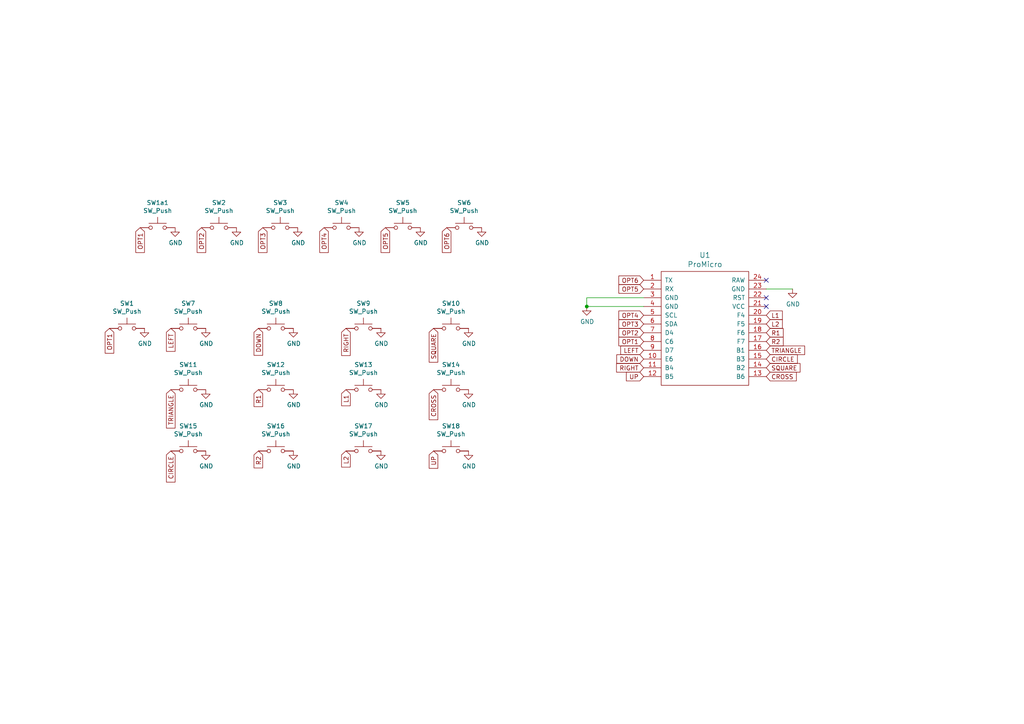
<source format=kicad_sch>
(kicad_sch (version 20211123) (generator eeschema)

  (uuid d11c8c6f-4234-4fd0-ae5c-63b27f7492d2)

  (paper "A4")

  (lib_symbols
    (symbol "ProMicro:ProMicro" (pin_names (offset 1.016)) (in_bom yes) (on_board yes)
      (property "Reference" "U" (id 0) (at 0 24.13 0)
        (effects (font (size 1.524 1.524)))
      )
      (property "Value" "ProMicro" (id 1) (at 0 -13.97 0)
        (effects (font (size 1.524 1.524)))
      )
      (property "Footprint" "" (id 2) (at 2.54 -26.67 0)
        (effects (font (size 1.524 1.524)))
      )
      (property "Datasheet" "" (id 3) (at 2.54 -26.67 0)
        (effects (font (size 1.524 1.524)))
      )
      (symbol "ProMicro_0_1"
        (rectangle (start -12.7 21.59) (end 12.7 -11.43)
          (stroke (width 0) (type default) (color 0 0 0 0))
          (fill (type none))
        )
      )
      (symbol "ProMicro_1_1"
        (pin bidirectional line (at -17.78 19.05 0) (length 5.08)
          (name "TX" (effects (font (size 1.27 1.27))))
          (number "1" (effects (font (size 1.27 1.27))))
        )
        (pin bidirectional line (at -17.78 -3.81 0) (length 5.08)
          (name "E6" (effects (font (size 1.27 1.27))))
          (number "10" (effects (font (size 1.27 1.27))))
        )
        (pin bidirectional line (at -17.78 -6.35 0) (length 5.08)
          (name "B4" (effects (font (size 1.27 1.27))))
          (number "11" (effects (font (size 1.27 1.27))))
        )
        (pin bidirectional line (at -17.78 -8.89 0) (length 5.08)
          (name "B5" (effects (font (size 1.27 1.27))))
          (number "12" (effects (font (size 1.27 1.27))))
        )
        (pin bidirectional line (at 17.78 -8.89 180) (length 5.08)
          (name "B6" (effects (font (size 1.27 1.27))))
          (number "13" (effects (font (size 1.27 1.27))))
        )
        (pin bidirectional line (at 17.78 -6.35 180) (length 5.08)
          (name "B2" (effects (font (size 1.27 1.27))))
          (number "14" (effects (font (size 1.27 1.27))))
        )
        (pin bidirectional line (at 17.78 -3.81 180) (length 5.08)
          (name "B3" (effects (font (size 1.27 1.27))))
          (number "15" (effects (font (size 1.27 1.27))))
        )
        (pin bidirectional line (at 17.78 -1.27 180) (length 5.08)
          (name "B1" (effects (font (size 1.27 1.27))))
          (number "16" (effects (font (size 1.27 1.27))))
        )
        (pin bidirectional line (at 17.78 1.27 180) (length 5.08)
          (name "F7" (effects (font (size 1.27 1.27))))
          (number "17" (effects (font (size 1.27 1.27))))
        )
        (pin bidirectional line (at 17.78 3.81 180) (length 5.08)
          (name "F6" (effects (font (size 1.27 1.27))))
          (number "18" (effects (font (size 1.27 1.27))))
        )
        (pin bidirectional line (at 17.78 6.35 180) (length 5.08)
          (name "F5" (effects (font (size 1.27 1.27))))
          (number "19" (effects (font (size 1.27 1.27))))
        )
        (pin bidirectional line (at -17.78 16.51 0) (length 5.08)
          (name "RX" (effects (font (size 1.27 1.27))))
          (number "2" (effects (font (size 1.27 1.27))))
        )
        (pin bidirectional line (at 17.78 8.89 180) (length 5.08)
          (name "F4" (effects (font (size 1.27 1.27))))
          (number "20" (effects (font (size 1.27 1.27))))
        )
        (pin power_in line (at 17.78 11.43 180) (length 5.08)
          (name "VCC" (effects (font (size 1.27 1.27))))
          (number "21" (effects (font (size 1.27 1.27))))
        )
        (pin input line (at 17.78 13.97 180) (length 5.08)
          (name "RST" (effects (font (size 1.27 1.27))))
          (number "22" (effects (font (size 1.27 1.27))))
        )
        (pin power_in line (at 17.78 16.51 180) (length 5.08)
          (name "GND" (effects (font (size 1.27 1.27))))
          (number "23" (effects (font (size 1.27 1.27))))
        )
        (pin power_out line (at 17.78 19.05 180) (length 5.08)
          (name "RAW" (effects (font (size 1.27 1.27))))
          (number "24" (effects (font (size 1.27 1.27))))
        )
        (pin power_in line (at -17.78 13.97 0) (length 5.08)
          (name "GND" (effects (font (size 1.27 1.27))))
          (number "3" (effects (font (size 1.27 1.27))))
        )
        (pin power_in line (at -17.78 11.43 0) (length 5.08)
          (name "GND" (effects (font (size 1.27 1.27))))
          (number "4" (effects (font (size 1.27 1.27))))
        )
        (pin bidirectional line (at -17.78 8.89 0) (length 5.08)
          (name "SCL" (effects (font (size 1.27 1.27))))
          (number "5" (effects (font (size 1.27 1.27))))
        )
        (pin bidirectional line (at -17.78 6.35 0) (length 5.08)
          (name "SDA" (effects (font (size 1.27 1.27))))
          (number "6" (effects (font (size 1.27 1.27))))
        )
        (pin bidirectional line (at -17.78 3.81 0) (length 5.08)
          (name "D4" (effects (font (size 1.27 1.27))))
          (number "7" (effects (font (size 1.27 1.27))))
        )
        (pin bidirectional line (at -17.78 1.27 0) (length 5.08)
          (name "C6" (effects (font (size 1.27 1.27))))
          (number "8" (effects (font (size 1.27 1.27))))
        )
        (pin bidirectional line (at -17.78 -1.27 0) (length 5.08)
          (name "D7" (effects (font (size 1.27 1.27))))
          (number "9" (effects (font (size 1.27 1.27))))
        )
      )
    )
    (symbol "Switch:SW_Push" (pin_numbers hide) (pin_names (offset 1.016) hide) (in_bom yes) (on_board yes)
      (property "Reference" "SW" (id 0) (at 1.27 2.54 0)
        (effects (font (size 1.27 1.27)) (justify left))
      )
      (property "Value" "SW_Push" (id 1) (at 0 -1.524 0)
        (effects (font (size 1.27 1.27)))
      )
      (property "Footprint" "" (id 2) (at 0 5.08 0)
        (effects (font (size 1.27 1.27)) hide)
      )
      (property "Datasheet" "~" (id 3) (at 0 5.08 0)
        (effects (font (size 1.27 1.27)) hide)
      )
      (property "ki_keywords" "switch normally-open pushbutton push-button" (id 4) (at 0 0 0)
        (effects (font (size 1.27 1.27)) hide)
      )
      (property "ki_description" "Push button switch, generic, two pins" (id 5) (at 0 0 0)
        (effects (font (size 1.27 1.27)) hide)
      )
      (symbol "SW_Push_0_1"
        (circle (center -2.032 0) (radius 0.508)
          (stroke (width 0) (type default) (color 0 0 0 0))
          (fill (type none))
        )
        (polyline
          (pts
            (xy 0 1.27)
            (xy 0 3.048)
          )
          (stroke (width 0) (type default) (color 0 0 0 0))
          (fill (type none))
        )
        (polyline
          (pts
            (xy 2.54 1.27)
            (xy -2.54 1.27)
          )
          (stroke (width 0) (type default) (color 0 0 0 0))
          (fill (type none))
        )
        (circle (center 2.032 0) (radius 0.508)
          (stroke (width 0) (type default) (color 0 0 0 0))
          (fill (type none))
        )
        (pin passive line (at -5.08 0 0) (length 2.54)
          (name "1" (effects (font (size 1.27 1.27))))
          (number "1" (effects (font (size 1.27 1.27))))
        )
        (pin passive line (at 5.08 0 180) (length 2.54)
          (name "2" (effects (font (size 1.27 1.27))))
          (number "2" (effects (font (size 1.27 1.27))))
        )
      )
    )
    (symbol "power:GND" (power) (pin_names (offset 0)) (in_bom yes) (on_board yes)
      (property "Reference" "#PWR" (id 0) (at 0 -6.35 0)
        (effects (font (size 1.27 1.27)) hide)
      )
      (property "Value" "GND" (id 1) (at 0 -3.81 0)
        (effects (font (size 1.27 1.27)))
      )
      (property "Footprint" "" (id 2) (at 0 0 0)
        (effects (font (size 1.27 1.27)) hide)
      )
      (property "Datasheet" "" (id 3) (at 0 0 0)
        (effects (font (size 1.27 1.27)) hide)
      )
      (property "ki_keywords" "power-flag" (id 4) (at 0 0 0)
        (effects (font (size 1.27 1.27)) hide)
      )
      (property "ki_description" "Power symbol creates a global label with name \"GND\" , ground" (id 5) (at 0 0 0)
        (effects (font (size 1.27 1.27)) hide)
      )
      (symbol "GND_0_1"
        (polyline
          (pts
            (xy 0 0)
            (xy 0 -1.27)
            (xy 1.27 -1.27)
            (xy 0 -2.54)
            (xy -1.27 -1.27)
            (xy 0 -1.27)
          )
          (stroke (width 0) (type default) (color 0 0 0 0))
          (fill (type none))
        )
      )
      (symbol "GND_1_1"
        (pin power_in line (at 0 0 270) (length 0) hide
          (name "GND" (effects (font (size 1.27 1.27))))
          (number "1" (effects (font (size 1.27 1.27))))
        )
      )
    )
  )

  (junction (at 170.18 88.9) (diameter 0) (color 0 0 0 0)
    (uuid e2fe8c02-4d85-4d6c-8dd5-a59b7b92f55f)
  )

  (no_connect (at 222.25 88.9) (uuid 27a5f07d-52f5-43cb-a47e-b033354145f3))
  (no_connect (at 222.25 86.36) (uuid 62a27186-0327-4116-b649-caf8df551071))
  (no_connect (at 222.25 81.28) (uuid 9f725bf2-14e1-4999-b29e-d50ed6077e94))

  (wire (pts (xy 170.18 88.9) (xy 186.69 88.9))
    (stroke (width 0) (type default) (color 0 0 0 0))
    (uuid 4f774ef8-ab4b-4786-b543-7a1ad445cba1)
  )
  (wire (pts (xy 170.18 86.36) (xy 170.18 88.9))
    (stroke (width 0) (type default) (color 0 0 0 0))
    (uuid 9863d592-d792-4560-996b-c15e3df8d512)
  )
  (wire (pts (xy 170.18 86.36) (xy 186.69 86.36))
    (stroke (width 0) (type default) (color 0 0 0 0))
    (uuid bed49aba-94ec-490e-a773-95b6e677ed7b)
  )
  (wire (pts (xy 222.25 83.82) (xy 229.87 83.82))
    (stroke (width 0) (type default) (color 0 0 0 0))
    (uuid cf8a90fb-fcf7-4ebd-9996-84fe8bc416da)
  )

  (global_label "OPT2" (shape input) (at 186.69 96.52 180) (fields_autoplaced)
    (effects (font (size 1.27 1.27)) (justify right))
    (uuid 05d5bb19-e234-4f0d-b9c5-09edae256887)
    (property "Intersheet References" "${INTERSHEET_REFS}" (id 0) (at 0 0 0)
      (effects (font (size 1.27 1.27)) hide)
    )
  )
  (global_label "OPT1" (shape input) (at 186.69 99.06 180) (fields_autoplaced)
    (effects (font (size 1.27 1.27)) (justify right))
    (uuid 16674bd4-42a1-44a0-81dc-3582702a3c00)
    (property "Intersheet References" "${INTERSHEET_REFS}" (id 0) (at 0 0 0)
      (effects (font (size 1.27 1.27)) hide)
    )
  )
  (global_label "DOWN" (shape input) (at 186.69 104.14 180) (fields_autoplaced)
    (effects (font (size 1.27 1.27)) (justify right))
    (uuid 19840364-2c94-4432-a75c-3a517a7693af)
    (property "Intersheet References" "${INTERSHEET_REFS}" (id 0) (at 0 0 0)
      (effects (font (size 1.27 1.27)) hide)
    )
  )
  (global_label "SQUARE" (shape input) (at 125.73 95.25 270) (fields_autoplaced)
    (effects (font (size 1.27 1.27)) (justify right))
    (uuid 1c625676-4ce0-4219-ac12-1a1bf755abe5)
    (property "Intersheet References" "${INTERSHEET_REFS}" (id 0) (at 0 0 0)
      (effects (font (size 1.27 1.27)) hide)
    )
  )
  (global_label "SQUARE" (shape input) (at 222.25 106.68 0) (fields_autoplaced)
    (effects (font (size 1.27 1.27)) (justify left))
    (uuid 1cd7bd1c-f1ea-4f64-84e4-090376b500e8)
    (property "Intersheet References" "${INTERSHEET_REFS}" (id 0) (at 0 0 0)
      (effects (font (size 1.27 1.27)) hide)
    )
  )
  (global_label "CROSS" (shape input) (at 222.25 109.22 0) (fields_autoplaced)
    (effects (font (size 1.27 1.27)) (justify left))
    (uuid 269a6272-d3aa-4a06-85da-91403d440375)
    (property "Intersheet References" "${INTERSHEET_REFS}" (id 0) (at 0 0 0)
      (effects (font (size 1.27 1.27)) hide)
    )
  )
  (global_label "OPT4" (shape input) (at 186.69 91.44 180) (fields_autoplaced)
    (effects (font (size 1.27 1.27)) (justify right))
    (uuid 2d4e6884-3160-450f-b1d7-74d245e3eb9f)
    (property "Intersheet References" "${INTERSHEET_REFS}" (id 0) (at 0 0 0)
      (effects (font (size 1.27 1.27)) hide)
    )
  )
  (global_label "RIGHT" (shape input) (at 100.33 95.25 270) (fields_autoplaced)
    (effects (font (size 1.27 1.27)) (justify right))
    (uuid 392067c9-0eb5-4da2-99fc-19c894f2e0b5)
    (property "Intersheet References" "${INTERSHEET_REFS}" (id 0) (at 0 0 0)
      (effects (font (size 1.27 1.27)) hide)
    )
  )
  (global_label "R2" (shape input) (at 222.25 99.06 0) (fields_autoplaced)
    (effects (font (size 1.27 1.27)) (justify left))
    (uuid 3e28ac60-ec32-4313-9424-522e309276e1)
    (property "Intersheet References" "${INTERSHEET_REFS}" (id 0) (at 0 0 0)
      (effects (font (size 1.27 1.27)) hide)
    )
  )
  (global_label "OPT1" (shape input) (at 31.75 95.25 270) (fields_autoplaced)
    (effects (font (size 1.27 1.27)) (justify right))
    (uuid 49a8ef5a-94e2-405e-9771-dd86ec50610d)
    (property "Intersheet References" "${INTERSHEET_REFS}" (id 0) (at -8.89 29.21 0)
      (effects (font (size 1.27 1.27)) hide)
    )
  )
  (global_label "R1" (shape input) (at 74.93 113.03 270) (fields_autoplaced)
    (effects (font (size 1.27 1.27)) (justify right))
    (uuid 4a661d67-7805-42b8-b56c-6f4f97c05335)
    (property "Intersheet References" "${INTERSHEET_REFS}" (id 0) (at 0 0 0)
      (effects (font (size 1.27 1.27)) hide)
    )
  )
  (global_label "UP" (shape input) (at 186.69 109.22 180) (fields_autoplaced)
    (effects (font (size 1.27 1.27)) (justify right))
    (uuid 51b8ce9a-6339-42c0-b910-902c62fa3751)
    (property "Intersheet References" "${INTERSHEET_REFS}" (id 0) (at 0 0 0)
      (effects (font (size 1.27 1.27)) hide)
    )
  )
  (global_label "R2" (shape input) (at 74.93 130.81 270) (fields_autoplaced)
    (effects (font (size 1.27 1.27)) (justify right))
    (uuid 5e40886c-ddaf-4026-9319-04098935b293)
    (property "Intersheet References" "${INTERSHEET_REFS}" (id 0) (at 0 0 0)
      (effects (font (size 1.27 1.27)) hide)
    )
  )
  (global_label "CIRCLE" (shape input) (at 222.25 104.14 0) (fields_autoplaced)
    (effects (font (size 1.27 1.27)) (justify left))
    (uuid 616fa1d5-3420-4c65-852a-8be4c72a3e4b)
    (property "Intersheet References" "${INTERSHEET_REFS}" (id 0) (at 0 0 0)
      (effects (font (size 1.27 1.27)) hide)
    )
  )
  (global_label "L1" (shape input) (at 100.33 113.03 270) (fields_autoplaced)
    (effects (font (size 1.27 1.27)) (justify right))
    (uuid 62405649-bf27-4d7a-8adc-08920f8a4e0b)
    (property "Intersheet References" "${INTERSHEET_REFS}" (id 0) (at 0 0 0)
      (effects (font (size 1.27 1.27)) hide)
    )
  )
  (global_label "OPT6" (shape input) (at 129.54 66.04 270) (fields_autoplaced)
    (effects (font (size 1.27 1.27)) (justify right))
    (uuid 636a1b45-5b03-4534-bf1d-cd386180e06c)
    (property "Intersheet References" "${INTERSHEET_REFS}" (id 0) (at 0 0 0)
      (effects (font (size 1.27 1.27)) hide)
    )
  )
  (global_label "LEFT" (shape input) (at 49.53 95.25 270) (fields_autoplaced)
    (effects (font (size 1.27 1.27)) (justify right))
    (uuid 71f03a0c-7cb5-4b54-8f96-1a7f69222f12)
    (property "Intersheet References" "${INTERSHEET_REFS}" (id 0) (at 0 0 0)
      (effects (font (size 1.27 1.27)) hide)
    )
  )
  (global_label "UP" (shape input) (at 125.73 130.81 270) (fields_autoplaced)
    (effects (font (size 1.27 1.27)) (justify right))
    (uuid 7299353b-ba43-4489-8e10-8cf8044e8d3b)
    (property "Intersheet References" "${INTERSHEET_REFS}" (id 0) (at 0 0 0)
      (effects (font (size 1.27 1.27)) hide)
    )
  )
  (global_label "CIRCLE" (shape input) (at 49.53 130.81 270) (fields_autoplaced)
    (effects (font (size 1.27 1.27)) (justify right))
    (uuid 736ba6de-d40c-40d9-b829-31e4f35dd1e0)
    (property "Intersheet References" "${INTERSHEET_REFS}" (id 0) (at 0 0 0)
      (effects (font (size 1.27 1.27)) hide)
    )
  )
  (global_label "TRIANGLE" (shape input) (at 49.53 113.03 270) (fields_autoplaced)
    (effects (font (size 1.27 1.27)) (justify right))
    (uuid 7a533bd3-6753-4618-907d-c7c3cbbaad18)
    (property "Intersheet References" "${INTERSHEET_REFS}" (id 0) (at 0 0 0)
      (effects (font (size 1.27 1.27)) hide)
    )
  )
  (global_label "CROSS" (shape input) (at 125.73 113.03 270) (fields_autoplaced)
    (effects (font (size 1.27 1.27)) (justify right))
    (uuid 7a9247af-e8ce-4c0b-98c3-cce4d6c8e7e5)
    (property "Intersheet References" "${INTERSHEET_REFS}" (id 0) (at 0 0 0)
      (effects (font (size 1.27 1.27)) hide)
    )
  )
  (global_label "OPT3" (shape input) (at 186.69 93.98 180) (fields_autoplaced)
    (effects (font (size 1.27 1.27)) (justify right))
    (uuid 80d5a5df-47fe-4b18-ad40-6db27a3ce8c3)
    (property "Intersheet References" "${INTERSHEET_REFS}" (id 0) (at 0 0 0)
      (effects (font (size 1.27 1.27)) hide)
    )
  )
  (global_label "TRIANGLE" (shape input) (at 222.25 101.6 0) (fields_autoplaced)
    (effects (font (size 1.27 1.27)) (justify left))
    (uuid 90f6b5a8-350a-455b-bbe0-f0036860e07a)
    (property "Intersheet References" "${INTERSHEET_REFS}" (id 0) (at 0 0 0)
      (effects (font (size 1.27 1.27)) hide)
    )
  )
  (global_label "OPT2" (shape input) (at 58.42 66.04 270) (fields_autoplaced)
    (effects (font (size 1.27 1.27)) (justify right))
    (uuid 9f24a8bd-e03f-49b7-bcea-4adf10a8ce5c)
    (property "Intersheet References" "${INTERSHEET_REFS}" (id 0) (at 0 0 0)
      (effects (font (size 1.27 1.27)) hide)
    )
  )
  (global_label "R1" (shape input) (at 222.25 96.52 0) (fields_autoplaced)
    (effects (font (size 1.27 1.27)) (justify left))
    (uuid a43d2f4b-48fc-4fd2-ac43-7305d03a1fff)
    (property "Intersheet References" "${INTERSHEET_REFS}" (id 0) (at 0 0 0)
      (effects (font (size 1.27 1.27)) hide)
    )
  )
  (global_label "L1" (shape input) (at 222.25 91.44 0) (fields_autoplaced)
    (effects (font (size 1.27 1.27)) (justify left))
    (uuid b2f5de93-d551-451a-b17d-416f8f00ad3c)
    (property "Intersheet References" "${INTERSHEET_REFS}" (id 0) (at 0 0 0)
      (effects (font (size 1.27 1.27)) hide)
    )
  )
  (global_label "LEFT" (shape input) (at 186.69 101.6 180) (fields_autoplaced)
    (effects (font (size 1.27 1.27)) (justify right))
    (uuid b5e187e5-a654-4419-8b28-73d7e84f010a)
    (property "Intersheet References" "${INTERSHEET_REFS}" (id 0) (at 0 0 0)
      (effects (font (size 1.27 1.27)) hide)
    )
  )
  (global_label "OPT6" (shape input) (at 186.69 81.28 180) (fields_autoplaced)
    (effects (font (size 1.27 1.27)) (justify right))
    (uuid b98d12a5-9f35-482c-ade4-c35979cfc5ad)
    (property "Intersheet References" "${INTERSHEET_REFS}" (id 0) (at 0 0 0)
      (effects (font (size 1.27 1.27)) hide)
    )
  )
  (global_label "OPT4" (shape input) (at 93.98 66.04 270) (fields_autoplaced)
    (effects (font (size 1.27 1.27)) (justify right))
    (uuid bf92b3e1-4372-475e-9b9d-874c23fc25c2)
    (property "Intersheet References" "${INTERSHEET_REFS}" (id 0) (at 0 0 0)
      (effects (font (size 1.27 1.27)) hide)
    )
  )
  (global_label "OPT5" (shape input) (at 111.76 66.04 270) (fields_autoplaced)
    (effects (font (size 1.27 1.27)) (justify right))
    (uuid c21bb288-0b63-4083-9791-4becd092e140)
    (property "Intersheet References" "${INTERSHEET_REFS}" (id 0) (at 0 0 0)
      (effects (font (size 1.27 1.27)) hide)
    )
  )
  (global_label "OPT1" (shape input) (at 40.64 66.04 270) (fields_autoplaced)
    (effects (font (size 1.27 1.27)) (justify right))
    (uuid cca9067a-4cbe-462b-87a8-19ce62ae0b29)
    (property "Intersheet References" "${INTERSHEET_REFS}" (id 0) (at 0 0 0)
      (effects (font (size 1.27 1.27)) hide)
    )
  )
  (global_label "OPT3" (shape input) (at 76.2 66.04 270) (fields_autoplaced)
    (effects (font (size 1.27 1.27)) (justify right))
    (uuid cf2057a2-756d-4eea-931a-246a599329c8)
    (property "Intersheet References" "${INTERSHEET_REFS}" (id 0) (at 0 0 0)
      (effects (font (size 1.27 1.27)) hide)
    )
  )
  (global_label "RIGHT" (shape input) (at 186.69 106.68 180) (fields_autoplaced)
    (effects (font (size 1.27 1.27)) (justify right))
    (uuid e37f3eb9-2dec-4313-b4e5-34c05c956f8f)
    (property "Intersheet References" "${INTERSHEET_REFS}" (id 0) (at 0 0 0)
      (effects (font (size 1.27 1.27)) hide)
    )
  )
  (global_label "OPT5" (shape input) (at 186.69 83.82 180) (fields_autoplaced)
    (effects (font (size 1.27 1.27)) (justify right))
    (uuid ef2d1f54-503c-42c9-997c-1a5a58a74c04)
    (property "Intersheet References" "${INTERSHEET_REFS}" (id 0) (at 0 0 0)
      (effects (font (size 1.27 1.27)) hide)
    )
  )
  (global_label "L2" (shape input) (at 222.25 93.98 0) (fields_autoplaced)
    (effects (font (size 1.27 1.27)) (justify left))
    (uuid f914409b-31bc-4644-82e2-90138cc10128)
    (property "Intersheet References" "${INTERSHEET_REFS}" (id 0) (at 0 0 0)
      (effects (font (size 1.27 1.27)) hide)
    )
  )
  (global_label "L2" (shape input) (at 100.33 130.81 270) (fields_autoplaced)
    (effects (font (size 1.27 1.27)) (justify right))
    (uuid fcdc9bbe-22de-4342-be2c-708e41b5c771)
    (property "Intersheet References" "${INTERSHEET_REFS}" (id 0) (at 0 0 0)
      (effects (font (size 1.27 1.27)) hide)
    )
  )
  (global_label "DOWN" (shape input) (at 74.93 95.25 270) (fields_autoplaced)
    (effects (font (size 1.27 1.27)) (justify right))
    (uuid fd333c8f-95ef-4e93-b7fd-c567833cc45b)
    (property "Intersheet References" "${INTERSHEET_REFS}" (id 0) (at 0 0 0)
      (effects (font (size 1.27 1.27)) hide)
    )
  )

  (symbol (lib_id "Switch:SW_Push") (at 36.83 95.25 0) (unit 1)
    (in_bom yes) (on_board yes)
    (uuid 00000000-0000-0000-0000-000060e24ed8)
    (property "Reference" "SW1" (id 0) (at 36.83 88.011 0))
    (property "Value" "SW_Push" (id 1) (at 36.83 90.3224 0))
    (property "Footprint" "Kailh:Kailh_socket_PG1350_optional" (id 2) (at 36.83 90.17 0)
      (effects (font (size 1.27 1.27)) hide)
    )
    (property "Datasheet" "~" (id 3) (at 36.83 90.17 0)
      (effects (font (size 1.27 1.27)) hide)
    )
    (pin "1" (uuid 46b74a8f-ba9c-4f4e-9d9e-18ea9e18fa31))
    (pin "2" (uuid 775349b7-a231-47f9-94e2-1ba1120f2411))
  )

  (symbol (lib_id "Switch:SW_Push") (at 63.5 66.04 0) (unit 1)
    (in_bom yes) (on_board yes)
    (uuid 00000000-0000-0000-0000-000060e26611)
    (property "Reference" "SW2" (id 0) (at 63.5 58.801 0))
    (property "Value" "SW_Push" (id 1) (at 63.5 61.1124 0))
    (property "Footprint" "SW_PUSH_6mm_H5mm" (id 2) (at 63.5 60.96 0)
      (effects (font (size 1.27 1.27)) hide)
    )
    (property "Datasheet" "~" (id 3) (at 63.5 60.96 0)
      (effects (font (size 1.27 1.27)) hide)
    )
    (pin "1" (uuid 209709c4-545d-4e05-adf6-d82f94687900))
    (pin "2" (uuid 2de42850-bed1-424f-80c4-787ed4d79ee6))
  )

  (symbol (lib_id "Switch:SW_Push") (at 81.28 66.04 0) (unit 1)
    (in_bom yes) (on_board yes)
    (uuid 00000000-0000-0000-0000-000060e26c90)
    (property "Reference" "SW3" (id 0) (at 81.28 58.801 0))
    (property "Value" "SW_Push" (id 1) (at 81.28 61.1124 0))
    (property "Footprint" "SW_PUSH_6mm_H5mm" (id 2) (at 81.28 60.96 0)
      (effects (font (size 1.27 1.27)) hide)
    )
    (property "Datasheet" "~" (id 3) (at 81.28 60.96 0)
      (effects (font (size 1.27 1.27)) hide)
    )
    (pin "1" (uuid 42cd71b9-a820-487a-b536-a102e1ad17a2))
    (pin "2" (uuid 1635f958-b7d3-45cf-a97d-745e12d1527c))
  )

  (symbol (lib_id "Switch:SW_Push") (at 99.06 66.04 0) (unit 1)
    (in_bom yes) (on_board yes)
    (uuid 00000000-0000-0000-0000-000060e272b9)
    (property "Reference" "SW4" (id 0) (at 99.06 58.801 0))
    (property "Value" "SW_Push" (id 1) (at 99.06 61.1124 0))
    (property "Footprint" "SW_PUSH_6mm_H5mm" (id 2) (at 99.06 60.96 0)
      (effects (font (size 1.27 1.27)) hide)
    )
    (property "Datasheet" "~" (id 3) (at 99.06 60.96 0)
      (effects (font (size 1.27 1.27)) hide)
    )
    (pin "1" (uuid 3863e393-f258-4740-bea5-e6724e5b4193))
    (pin "2" (uuid 0f0d5ae6-12ba-4c11-91c9-06c448855245))
  )

  (symbol (lib_id "Switch:SW_Push") (at 116.84 66.04 0) (unit 1)
    (in_bom yes) (on_board yes)
    (uuid 00000000-0000-0000-0000-000060e27d9a)
    (property "Reference" "SW5" (id 0) (at 116.84 58.801 0))
    (property "Value" "SW_Push" (id 1) (at 116.84 61.1124 0))
    (property "Footprint" "SW_PUSH_6mm_H5mm" (id 2) (at 116.84 60.96 0)
      (effects (font (size 1.27 1.27)) hide)
    )
    (property "Datasheet" "~" (id 3) (at 116.84 60.96 0)
      (effects (font (size 1.27 1.27)) hide)
    )
    (pin "1" (uuid 127a6e11-ab39-4d3f-bda0-0f345451c26f))
    (pin "2" (uuid ede480bf-b8fa-4bf0-bed5-8785d65af0dc))
  )

  (symbol (lib_id "Switch:SW_Push") (at 134.62 66.04 0) (unit 1)
    (in_bom yes) (on_board yes)
    (uuid 00000000-0000-0000-0000-000060e28459)
    (property "Reference" "SW6" (id 0) (at 134.62 58.801 0))
    (property "Value" "SW_Push" (id 1) (at 134.62 61.1124 0))
    (property "Footprint" "SW_PUSH_6mm_H5mm" (id 2) (at 134.62 60.96 0)
      (effects (font (size 1.27 1.27)) hide)
    )
    (property "Datasheet" "~" (id 3) (at 134.62 60.96 0)
      (effects (font (size 1.27 1.27)) hide)
    )
    (pin "1" (uuid a79beb30-edb7-48cb-9e70-2d469f4ca998))
    (pin "2" (uuid 4d5f5ad1-655f-415b-8934-f7ffc3d5b8a3))
  )

  (symbol (lib_id "power:GND") (at 41.91 95.25 0) (unit 1)
    (in_bom yes) (on_board yes)
    (uuid 00000000-0000-0000-0000-000060e28d2f)
    (property "Reference" "#PWR01" (id 0) (at 41.91 101.6 0)
      (effects (font (size 1.27 1.27)) hide)
    )
    (property "Value" "GND" (id 1) (at 42.037 99.6442 0))
    (property "Footprint" "" (id 2) (at 41.91 95.25 0)
      (effects (font (size 1.27 1.27)) hide)
    )
    (property "Datasheet" "" (id 3) (at 41.91 95.25 0)
      (effects (font (size 1.27 1.27)) hide)
    )
    (pin "1" (uuid 991c7b9a-af85-4f77-903f-bf4d37851510))
  )

  (symbol (lib_id "power:GND") (at 68.58 66.04 0) (unit 1)
    (in_bom yes) (on_board yes)
    (uuid 00000000-0000-0000-0000-000060e29d12)
    (property "Reference" "#PWR02" (id 0) (at 68.58 72.39 0)
      (effects (font (size 1.27 1.27)) hide)
    )
    (property "Value" "GND" (id 1) (at 68.707 70.4342 0))
    (property "Footprint" "" (id 2) (at 68.58 66.04 0)
      (effects (font (size 1.27 1.27)) hide)
    )
    (property "Datasheet" "" (id 3) (at 68.58 66.04 0)
      (effects (font (size 1.27 1.27)) hide)
    )
    (pin "1" (uuid 62865089-6c37-4106-a563-3e43e9c5e8db))
  )

  (symbol (lib_id "power:GND") (at 86.36 66.04 0) (unit 1)
    (in_bom yes) (on_board yes)
    (uuid 00000000-0000-0000-0000-000060e29ffb)
    (property "Reference" "#PWR03" (id 0) (at 86.36 72.39 0)
      (effects (font (size 1.27 1.27)) hide)
    )
    (property "Value" "GND" (id 1) (at 86.487 70.4342 0))
    (property "Footprint" "" (id 2) (at 86.36 66.04 0)
      (effects (font (size 1.27 1.27)) hide)
    )
    (property "Datasheet" "" (id 3) (at 86.36 66.04 0)
      (effects (font (size 1.27 1.27)) hide)
    )
    (pin "1" (uuid 89d0cf34-09e6-46ce-85f7-f38d904fe424))
  )

  (symbol (lib_id "power:GND") (at 104.14 66.04 0) (unit 1)
    (in_bom yes) (on_board yes)
    (uuid 00000000-0000-0000-0000-000060e2a2ed)
    (property "Reference" "#PWR04" (id 0) (at 104.14 72.39 0)
      (effects (font (size 1.27 1.27)) hide)
    )
    (property "Value" "GND" (id 1) (at 104.267 70.4342 0))
    (property "Footprint" "" (id 2) (at 104.14 66.04 0)
      (effects (font (size 1.27 1.27)) hide)
    )
    (property "Datasheet" "" (id 3) (at 104.14 66.04 0)
      (effects (font (size 1.27 1.27)) hide)
    )
    (pin "1" (uuid 2c7b31f0-e1f2-487f-beee-225808eef802))
  )

  (symbol (lib_id "power:GND") (at 121.92 66.04 0) (unit 1)
    (in_bom yes) (on_board yes)
    (uuid 00000000-0000-0000-0000-000060e2a66e)
    (property "Reference" "#PWR05" (id 0) (at 121.92 72.39 0)
      (effects (font (size 1.27 1.27)) hide)
    )
    (property "Value" "GND" (id 1) (at 122.047 70.4342 0))
    (property "Footprint" "" (id 2) (at 121.92 66.04 0)
      (effects (font (size 1.27 1.27)) hide)
    )
    (property "Datasheet" "" (id 3) (at 121.92 66.04 0)
      (effects (font (size 1.27 1.27)) hide)
    )
    (pin "1" (uuid 80e3f2ac-538c-4cf1-a963-ec3cd9562f1c))
  )

  (symbol (lib_id "power:GND") (at 139.7 66.04 0) (unit 1)
    (in_bom yes) (on_board yes)
    (uuid 00000000-0000-0000-0000-000060e2a9fe)
    (property "Reference" "#PWR06" (id 0) (at 139.7 72.39 0)
      (effects (font (size 1.27 1.27)) hide)
    )
    (property "Value" "GND" (id 1) (at 139.827 70.4342 0))
    (property "Footprint" "" (id 2) (at 139.7 66.04 0)
      (effects (font (size 1.27 1.27)) hide)
    )
    (property "Datasheet" "" (id 3) (at 139.7 66.04 0)
      (effects (font (size 1.27 1.27)) hide)
    )
    (pin "1" (uuid 49305b22-b808-4b76-8501-8fb01190431b))
  )

  (symbol (lib_id "Switch:SW_Push") (at 54.61 95.25 0) (unit 1)
    (in_bom yes) (on_board yes)
    (uuid 00000000-0000-0000-0000-000060ebc7d7)
    (property "Reference" "SW7" (id 0) (at 54.61 88.011 0))
    (property "Value" "SW_Push" (id 1) (at 54.61 90.3224 0))
    (property "Footprint" "Kailh:Kailh_socket_PG1350_optional" (id 2) (at 54.61 90.17 0)
      (effects (font (size 1.27 1.27)) hide)
    )
    (property "Datasheet" "~" (id 3) (at 54.61 90.17 0)
      (effects (font (size 1.27 1.27)) hide)
    )
    (pin "1" (uuid 955314ec-d6fa-4881-b3e5-fe51171ba8ad))
    (pin "2" (uuid e9f98de1-352a-4ad6-b2f4-80a84bdf2ba5))
  )

  (symbol (lib_id "Switch:SW_Push") (at 130.81 130.81 0) (unit 1)
    (in_bom yes) (on_board yes)
    (uuid 00000000-0000-0000-0000-000060ec0151)
    (property "Reference" "SW18" (id 0) (at 130.81 123.571 0))
    (property "Value" "SW_Push" (id 1) (at 130.81 125.8824 0))
    (property "Footprint" "Kailh:Kailh_socket_PG1350_optional" (id 2) (at 130.81 125.73 0)
      (effects (font (size 1.27 1.27)) hide)
    )
    (property "Datasheet" "~" (id 3) (at 130.81 125.73 0)
      (effects (font (size 1.27 1.27)) hide)
    )
    (pin "1" (uuid c2990cc3-277e-49d9-837b-0ba37fb8ed31))
    (pin "2" (uuid b31f2965-bda8-4ee2-8ba0-b963a684f7b4))
  )

  (symbol (lib_id "Switch:SW_Push") (at 80.01 113.03 0) (unit 1)
    (in_bom yes) (on_board yes)
    (uuid 00000000-0000-0000-0000-000060ec0bb3)
    (property "Reference" "SW12" (id 0) (at 80.01 105.791 0))
    (property "Value" "SW_Push" (id 1) (at 80.01 108.1024 0))
    (property "Footprint" "Kailh:Kailh_socket_PG1350_optional" (id 2) (at 80.01 107.95 0)
      (effects (font (size 1.27 1.27)) hide)
    )
    (property "Datasheet" "~" (id 3) (at 80.01 107.95 0)
      (effects (font (size 1.27 1.27)) hide)
    )
    (pin "1" (uuid 74c3e948-c3e2-4ffe-a70e-2f03220a5308))
    (pin "2" (uuid cfd874b7-c7b5-4895-ab53-dc82c7940cc3))
  )

  (symbol (lib_id "Switch:SW_Push") (at 54.61 130.81 0) (unit 1)
    (in_bom yes) (on_board yes)
    (uuid 00000000-0000-0000-0000-000060ec0fb1)
    (property "Reference" "SW15" (id 0) (at 54.61 123.571 0))
    (property "Value" "SW_Push" (id 1) (at 54.61 125.8824 0))
    (property "Footprint" "Kailh:Kailh_socket_PG1350_optional" (id 2) (at 54.61 125.73 0)
      (effects (font (size 1.27 1.27)) hide)
    )
    (property "Datasheet" "~" (id 3) (at 54.61 125.73 0)
      (effects (font (size 1.27 1.27)) hide)
    )
    (pin "1" (uuid ec393645-e0c6-41f9-978c-760974a5b867))
    (pin "2" (uuid 550ef66d-b2e9-4929-8819-335019d1ae2d))
  )

  (symbol (lib_id "Switch:SW_Push") (at 80.01 95.25 0) (unit 1)
    (in_bom yes) (on_board yes)
    (uuid 00000000-0000-0000-0000-000060ec2d3f)
    (property "Reference" "SW8" (id 0) (at 80.01 88.011 0))
    (property "Value" "SW_Push" (id 1) (at 80.01 90.3224 0))
    (property "Footprint" "Kailh:Kailh_socket_PG1350_optional" (id 2) (at 80.01 90.17 0)
      (effects (font (size 1.27 1.27)) hide)
    )
    (property "Datasheet" "~" (id 3) (at 80.01 90.17 0)
      (effects (font (size 1.27 1.27)) hide)
    )
    (pin "1" (uuid 41d41a90-dc5d-44f8-9046-6a47e1681bc5))
    (pin "2" (uuid 6127068a-23da-4f4c-8c36-98e7c5a4cbde))
  )

  (symbol (lib_id "Switch:SW_Push") (at 130.81 95.25 0) (unit 1)
    (in_bom yes) (on_board yes)
    (uuid 00000000-0000-0000-0000-000060ec33be)
    (property "Reference" "SW10" (id 0) (at 130.81 88.011 0))
    (property "Value" "SW_Push" (id 1) (at 130.81 90.3224 0))
    (property "Footprint" "Kailh:Kailh_socket_PG1350_optional" (id 2) (at 130.81 90.17 0)
      (effects (font (size 1.27 1.27)) hide)
    )
    (property "Datasheet" "~" (id 3) (at 130.81 90.17 0)
      (effects (font (size 1.27 1.27)) hide)
    )
    (pin "1" (uuid af929e60-7564-4498-b5d1-ac798c6daa68))
    (pin "2" (uuid b6dd3b9e-3fb8-49f1-90d1-25ffec027724))
  )

  (symbol (lib_id "Switch:SW_Push") (at 105.41 113.03 0) (unit 1)
    (in_bom yes) (on_board yes)
    (uuid 00000000-0000-0000-0000-000060ec37aa)
    (property "Reference" "SW13" (id 0) (at 105.41 105.791 0))
    (property "Value" "SW_Push" (id 1) (at 105.41 108.1024 0))
    (property "Footprint" "Kailh:Kailh_socket_PG1350_optional" (id 2) (at 105.41 107.95 0)
      (effects (font (size 1.27 1.27)) hide)
    )
    (property "Datasheet" "~" (id 3) (at 105.41 107.95 0)
      (effects (font (size 1.27 1.27)) hide)
    )
    (pin "1" (uuid b9d895fe-7b34-48a8-b65e-4fc9b1b87dd2))
    (pin "2" (uuid e879c210-becb-45aa-8aa0-3ab30ef31e8e))
  )

  (symbol (lib_id "Switch:SW_Push") (at 80.01 130.81 0) (unit 1)
    (in_bom yes) (on_board yes)
    (uuid 00000000-0000-0000-0000-000060ec3cac)
    (property "Reference" "SW16" (id 0) (at 80.01 123.571 0))
    (property "Value" "SW_Push" (id 1) (at 80.01 125.8824 0))
    (property "Footprint" "Kailh:Kailh_socket_PG1350_optional" (id 2) (at 80.01 125.73 0)
      (effects (font (size 1.27 1.27)) hide)
    )
    (property "Datasheet" "~" (id 3) (at 80.01 125.73 0)
      (effects (font (size 1.27 1.27)) hide)
    )
    (pin "1" (uuid aa3badab-891c-4803-ba69-8e2a6e090080))
    (pin "2" (uuid b0ab5875-2b4c-4842-a45e-033cfd869a05))
  )

  (symbol (lib_id "Switch:SW_Push") (at 105.41 95.25 0) (unit 1)
    (in_bom yes) (on_board yes)
    (uuid 00000000-0000-0000-0000-000060ec3fe9)
    (property "Reference" "SW9" (id 0) (at 105.41 88.011 0))
    (property "Value" "SW_Push" (id 1) (at 105.41 90.3224 0))
    (property "Footprint" "Kailh:Kailh_socket_PG1350_optional" (id 2) (at 105.41 90.17 0)
      (effects (font (size 1.27 1.27)) hide)
    )
    (property "Datasheet" "~" (id 3) (at 105.41 90.17 0)
      (effects (font (size 1.27 1.27)) hide)
    )
    (pin "1" (uuid 937423b8-9726-4916-9e36-df0ae5410012))
    (pin "2" (uuid 97b80af0-88e7-4b23-a5ef-974ca56dff9c))
  )

  (symbol (lib_id "Switch:SW_Push") (at 54.61 113.03 0) (unit 1)
    (in_bom yes) (on_board yes)
    (uuid 00000000-0000-0000-0000-000060ec4474)
    (property "Reference" "SW11" (id 0) (at 54.61 105.791 0))
    (property "Value" "SW_Push" (id 1) (at 54.61 108.1024 0))
    (property "Footprint" "Kailh:Kailh_socket_PG1350_optional" (id 2) (at 54.61 107.95 0)
      (effects (font (size 1.27 1.27)) hide)
    )
    (property "Datasheet" "~" (id 3) (at 54.61 107.95 0)
      (effects (font (size 1.27 1.27)) hide)
    )
    (pin "1" (uuid e1a75c0a-b19f-46a5-8bf1-165993be8fa6))
    (pin "2" (uuid 6dae6e7d-79b4-4022-851f-df487a66a515))
  )

  (symbol (lib_id "Switch:SW_Push") (at 130.81 113.03 0) (unit 1)
    (in_bom yes) (on_board yes)
    (uuid 00000000-0000-0000-0000-000060ec4852)
    (property "Reference" "SW14" (id 0) (at 130.81 105.791 0))
    (property "Value" "SW_Push" (id 1) (at 130.81 108.1024 0))
    (property "Footprint" "Kailh:Kailh_socket_PG1350_optional" (id 2) (at 130.81 107.95 0)
      (effects (font (size 1.27 1.27)) hide)
    )
    (property "Datasheet" "~" (id 3) (at 130.81 107.95 0)
      (effects (font (size 1.27 1.27)) hide)
    )
    (pin "1" (uuid 63448f1a-8173-4646-bc88-2a969695c9a3))
    (pin "2" (uuid 37c76c5c-78d5-49c5-868a-7e65c5a65ebc))
  )

  (symbol (lib_id "Switch:SW_Push") (at 105.41 130.81 0) (unit 1)
    (in_bom yes) (on_board yes)
    (uuid 00000000-0000-0000-0000-000060ec4d39)
    (property "Reference" "SW17" (id 0) (at 105.41 123.571 0))
    (property "Value" "SW_Push" (id 1) (at 105.41 125.8824 0))
    (property "Footprint" "Kailh:Kailh_socket_PG1350_optional" (id 2) (at 105.41 125.73 0)
      (effects (font (size 1.27 1.27)) hide)
    )
    (property "Datasheet" "~" (id 3) (at 105.41 125.73 0)
      (effects (font (size 1.27 1.27)) hide)
    )
    (pin "1" (uuid 46ca46d4-82ce-4017-92d7-b9bd0e9af009))
    (pin "2" (uuid 98a1ef0f-702d-459e-ae49-831f32d53bcb))
  )

  (symbol (lib_id "power:GND") (at 59.69 95.25 0) (unit 1)
    (in_bom yes) (on_board yes)
    (uuid 00000000-0000-0000-0000-000060ec93f2)
    (property "Reference" "#PWR07" (id 0) (at 59.69 101.6 0)
      (effects (font (size 1.27 1.27)) hide)
    )
    (property "Value" "GND" (id 1) (at 59.817 99.6442 0))
    (property "Footprint" "" (id 2) (at 59.69 95.25 0)
      (effects (font (size 1.27 1.27)) hide)
    )
    (property "Datasheet" "" (id 3) (at 59.69 95.25 0)
      (effects (font (size 1.27 1.27)) hide)
    )
    (pin "1" (uuid 5bc7ff69-031b-4203-b2a8-d53b8f2e5032))
  )

  (symbol (lib_id "power:GND") (at 135.89 130.81 0) (unit 1)
    (in_bom yes) (on_board yes)
    (uuid 00000000-0000-0000-0000-000060eca225)
    (property "Reference" "#PWR018" (id 0) (at 135.89 137.16 0)
      (effects (font (size 1.27 1.27)) hide)
    )
    (property "Value" "GND" (id 1) (at 136.017 135.2042 0))
    (property "Footprint" "" (id 2) (at 135.89 130.81 0)
      (effects (font (size 1.27 1.27)) hide)
    )
    (property "Datasheet" "" (id 3) (at 135.89 130.81 0)
      (effects (font (size 1.27 1.27)) hide)
    )
    (pin "1" (uuid 640fd954-7ff4-4e0b-a462-8f39938fe5b4))
  )

  (symbol (lib_id "power:GND") (at 85.09 113.03 0) (unit 1)
    (in_bom yes) (on_board yes)
    (uuid 00000000-0000-0000-0000-000060eca76f)
    (property "Reference" "#PWR012" (id 0) (at 85.09 119.38 0)
      (effects (font (size 1.27 1.27)) hide)
    )
    (property "Value" "GND" (id 1) (at 85.217 117.4242 0))
    (property "Footprint" "" (id 2) (at 85.09 113.03 0)
      (effects (font (size 1.27 1.27)) hide)
    )
    (property "Datasheet" "" (id 3) (at 85.09 113.03 0)
      (effects (font (size 1.27 1.27)) hide)
    )
    (pin "1" (uuid 4484e772-c414-4c0a-abbc-667d0e572fba))
  )

  (symbol (lib_id "power:GND") (at 59.69 130.81 0) (unit 1)
    (in_bom yes) (on_board yes)
    (uuid 00000000-0000-0000-0000-000060ecab6b)
    (property "Reference" "#PWR015" (id 0) (at 59.69 137.16 0)
      (effects (font (size 1.27 1.27)) hide)
    )
    (property "Value" "GND" (id 1) (at 59.817 135.2042 0))
    (property "Footprint" "" (id 2) (at 59.69 130.81 0)
      (effects (font (size 1.27 1.27)) hide)
    )
    (property "Datasheet" "" (id 3) (at 59.69 130.81 0)
      (effects (font (size 1.27 1.27)) hide)
    )
    (pin "1" (uuid bdb8631c-302e-4884-adc2-130583f995d7))
  )

  (symbol (lib_id "power:GND") (at 85.09 95.25 0) (unit 1)
    (in_bom yes) (on_board yes)
    (uuid 00000000-0000-0000-0000-000060ecafc7)
    (property "Reference" "#PWR08" (id 0) (at 85.09 101.6 0)
      (effects (font (size 1.27 1.27)) hide)
    )
    (property "Value" "GND" (id 1) (at 85.217 99.6442 0))
    (property "Footprint" "" (id 2) (at 85.09 95.25 0)
      (effects (font (size 1.27 1.27)) hide)
    )
    (property "Datasheet" "" (id 3) (at 85.09 95.25 0)
      (effects (font (size 1.27 1.27)) hide)
    )
    (pin "1" (uuid 23a042ae-7175-4a74-a4c1-53b99b0bd37c))
  )

  (symbol (lib_id "power:GND") (at 135.89 95.25 0) (unit 1)
    (in_bom yes) (on_board yes)
    (uuid 00000000-0000-0000-0000-000060ecb5c1)
    (property "Reference" "#PWR010" (id 0) (at 135.89 101.6 0)
      (effects (font (size 1.27 1.27)) hide)
    )
    (property "Value" "GND" (id 1) (at 136.017 99.6442 0))
    (property "Footprint" "" (id 2) (at 135.89 95.25 0)
      (effects (font (size 1.27 1.27)) hide)
    )
    (property "Datasheet" "" (id 3) (at 135.89 95.25 0)
      (effects (font (size 1.27 1.27)) hide)
    )
    (pin "1" (uuid 51fbdcc2-315a-4b61-8adf-947e832085e3))
  )

  (symbol (lib_id "power:GND") (at 110.49 113.03 0) (unit 1)
    (in_bom yes) (on_board yes)
    (uuid 00000000-0000-0000-0000-000060ecb984)
    (property "Reference" "#PWR013" (id 0) (at 110.49 119.38 0)
      (effects (font (size 1.27 1.27)) hide)
    )
    (property "Value" "GND" (id 1) (at 110.617 117.4242 0))
    (property "Footprint" "" (id 2) (at 110.49 113.03 0)
      (effects (font (size 1.27 1.27)) hide)
    )
    (property "Datasheet" "" (id 3) (at 110.49 113.03 0)
      (effects (font (size 1.27 1.27)) hide)
    )
    (pin "1" (uuid ffeb8807-cfce-4322-a4a6-a8f4f509dec9))
  )

  (symbol (lib_id "power:GND") (at 85.09 130.81 0) (unit 1)
    (in_bom yes) (on_board yes)
    (uuid 00000000-0000-0000-0000-000060ecbd4e)
    (property "Reference" "#PWR016" (id 0) (at 85.09 137.16 0)
      (effects (font (size 1.27 1.27)) hide)
    )
    (property "Value" "GND" (id 1) (at 85.217 135.2042 0))
    (property "Footprint" "" (id 2) (at 85.09 130.81 0)
      (effects (font (size 1.27 1.27)) hide)
    )
    (property "Datasheet" "" (id 3) (at 85.09 130.81 0)
      (effects (font (size 1.27 1.27)) hide)
    )
    (pin "1" (uuid d4509729-ad87-4df5-85e5-e8678a2ae533))
  )

  (symbol (lib_id "power:GND") (at 110.49 130.81 0) (unit 1)
    (in_bom yes) (on_board yes)
    (uuid 00000000-0000-0000-0000-000060ecc151)
    (property "Reference" "#PWR017" (id 0) (at 110.49 137.16 0)
      (effects (font (size 1.27 1.27)) hide)
    )
    (property "Value" "GND" (id 1) (at 110.617 135.2042 0))
    (property "Footprint" "" (id 2) (at 110.49 130.81 0)
      (effects (font (size 1.27 1.27)) hide)
    )
    (property "Datasheet" "" (id 3) (at 110.49 130.81 0)
      (effects (font (size 1.27 1.27)) hide)
    )
    (pin "1" (uuid b300ab95-9795-486b-865a-30dda8759b82))
  )

  (symbol (lib_id "power:GND") (at 135.89 113.03 0) (unit 1)
    (in_bom yes) (on_board yes)
    (uuid 00000000-0000-0000-0000-000060ecc563)
    (property "Reference" "#PWR014" (id 0) (at 135.89 119.38 0)
      (effects (font (size 1.27 1.27)) hide)
    )
    (property "Value" "GND" (id 1) (at 136.017 117.4242 0))
    (property "Footprint" "" (id 2) (at 135.89 113.03 0)
      (effects (font (size 1.27 1.27)) hide)
    )
    (property "Datasheet" "" (id 3) (at 135.89 113.03 0)
      (effects (font (size 1.27 1.27)) hide)
    )
    (pin "1" (uuid a71f7917-e245-4c09-a3b7-18546b48ae39))
  )

  (symbol (lib_id "power:GND") (at 59.69 113.03 0) (unit 1)
    (in_bom yes) (on_board yes)
    (uuid 00000000-0000-0000-0000-000060ecc8d7)
    (property "Reference" "#PWR011" (id 0) (at 59.69 119.38 0)
      (effects (font (size 1.27 1.27)) hide)
    )
    (property "Value" "GND" (id 1) (at 59.817 117.4242 0))
    (property "Footprint" "" (id 2) (at 59.69 113.03 0)
      (effects (font (size 1.27 1.27)) hide)
    )
    (property "Datasheet" "" (id 3) (at 59.69 113.03 0)
      (effects (font (size 1.27 1.27)) hide)
    )
    (pin "1" (uuid b1114070-6c52-48d2-af59-4e1414cfaed7))
  )

  (symbol (lib_id "power:GND") (at 110.49 95.25 0) (unit 1)
    (in_bom yes) (on_board yes)
    (uuid 00000000-0000-0000-0000-000060eccc0a)
    (property "Reference" "#PWR09" (id 0) (at 110.49 101.6 0)
      (effects (font (size 1.27 1.27)) hide)
    )
    (property "Value" "GND" (id 1) (at 110.617 99.6442 0))
    (property "Footprint" "" (id 2) (at 110.49 95.25 0)
      (effects (font (size 1.27 1.27)) hide)
    )
    (property "Datasheet" "" (id 3) (at 110.49 95.25 0)
      (effects (font (size 1.27 1.27)) hide)
    )
    (pin "1" (uuid 97d8b8d6-d66f-4612-b79c-e5f9d95dfb8a))
  )

  (symbol (lib_id "ProMicro:ProMicro") (at 204.47 100.33 0) (unit 1)
    (in_bom yes) (on_board yes)
    (uuid 00000000-0000-0000-0000-0000611c160a)
    (property "Reference" "U1" (id 0) (at 204.47 73.9902 0)
      (effects (font (size 1.524 1.524)))
    )
    (property "Value" "ProMicro" (id 1) (at 204.47 76.6826 0)
      (effects (font (size 1.524 1.524)))
    )
    (property "Footprint" "ProMicro:ProMicro" (id 2) (at 207.01 127 0)
      (effects (font (size 1.524 1.524)) hide)
    )
    (property "Datasheet" "" (id 3) (at 207.01 127 0)
      (effects (font (size 1.524 1.524)))
    )
    (pin "1" (uuid 8cd8dcc6-1245-4a0e-9045-95de5b6e3e64))
    (pin "10" (uuid b3462d7f-dec2-4c1c-ae64-f155b224e68c))
    (pin "11" (uuid 9ef9c048-cf0b-4b90-957e-db6a5d23d650))
    (pin "12" (uuid ceac3427-e277-43f6-b989-abb2aae5e994))
    (pin "13" (uuid 846a21d8-2528-492a-90d3-27d2e9de40e5))
    (pin "14" (uuid b0a1d04c-8ba3-49b9-b4a2-834a52fc2abb))
    (pin "15" (uuid 6e6ab847-9a85-489b-b465-f8f5848e8732))
    (pin "16" (uuid 199f885c-28fd-4d3b-b5f4-72519da8d117))
    (pin "17" (uuid 728d530f-fde4-4016-9521-570ab5e0485c))
    (pin "18" (uuid c10dafdd-e7ca-4eac-a585-791bc76f8e2e))
    (pin "19" (uuid a23a7f5e-972e-4018-bdb5-3f22e718da6e))
    (pin "2" (uuid 2bac6239-4d6c-4abb-8303-24fc2afee552))
    (pin "20" (uuid 5e6b6616-2130-4db8-8ee1-ac593c480348))
    (pin "21" (uuid 08ad740c-2804-4abc-91cb-f3eb1a79a4f7))
    (pin "22" (uuid 0a95161f-7426-4eec-87a8-87ff95e435d8))
    (pin "23" (uuid 060e59be-1b81-4507-9ebc-84eed2c6a56d))
    (pin "24" (uuid c542930d-d00e-40c4-80b8-627409c0a174))
    (pin "3" (uuid ab3f71f8-1ef5-4bdb-87f2-0610388a6b15))
    (pin "4" (uuid 5fc7a33f-3809-4164-8116-1a37d1fecf64))
    (pin "5" (uuid 6b3c71b4-efd6-4b6c-972d-b175b6a2433f))
    (pin "6" (uuid 3e0d868b-2a6f-4659-812d-94ca23e4ac5a))
    (pin "7" (uuid b8ee5ba1-71d1-4a92-a71b-8d967316bd03))
    (pin "8" (uuid 6f7706d8-cfb9-4abb-9461-e1b60eaf6ca6))
    (pin "9" (uuid 394c7cfc-8382-40f2-8bcd-2e4624ead122))
  )

  (symbol (lib_id "power:GND") (at 170.18 88.9 0) (unit 1)
    (in_bom yes) (on_board yes)
    (uuid 00000000-0000-0000-0000-0000611c1bdc)
    (property "Reference" "#PWR0101" (id 0) (at 170.18 95.25 0)
      (effects (font (size 1.27 1.27)) hide)
    )
    (property "Value" "GND" (id 1) (at 170.307 93.2942 0))
    (property "Footprint" "" (id 2) (at 170.18 88.9 0)
      (effects (font (size 1.27 1.27)) hide)
    )
    (property "Datasheet" "" (id 3) (at 170.18 88.9 0)
      (effects (font (size 1.27 1.27)) hide)
    )
    (pin "1" (uuid 985575fc-a2ba-4b59-b268-38358c3058d6))
  )

  (symbol (lib_id "power:GND") (at 229.87 83.82 0) (unit 1)
    (in_bom yes) (on_board yes)
    (uuid 00000000-0000-0000-0000-0000611c6dd5)
    (property "Reference" "#PWR0102" (id 0) (at 229.87 90.17 0)
      (effects (font (size 1.27 1.27)) hide)
    )
    (property "Value" "GND" (id 1) (at 229.997 88.2142 0))
    (property "Footprint" "" (id 2) (at 229.87 83.82 0)
      (effects (font (size 1.27 1.27)) hide)
    )
    (property "Datasheet" "" (id 3) (at 229.87 83.82 0)
      (effects (font (size 1.27 1.27)) hide)
    )
    (pin "1" (uuid 844d35b5-965f-40d7-9fdc-abcdcf0f84e1))
  )

  (symbol (lib_id "Switch:SW_Push") (at 45.72 66.04 0) (unit 1)
    (in_bom yes) (on_board yes)
    (uuid 6d6a896b-add1-4ee9-bbe6-81d7b86439df)
    (property "Reference" "SW1a1" (id 0) (at 45.72 58.801 0))
    (property "Value" "SW_Push" (id 1) (at 45.72 61.1124 0))
    (property "Footprint" "SW_PUSH_6mm_H5mm" (id 2) (at 45.72 60.96 0)
      (effects (font (size 1.27 1.27)) hide)
    )
    (property "Datasheet" "~" (id 3) (at 45.72 60.96 0)
      (effects (font (size 1.27 1.27)) hide)
    )
    (pin "1" (uuid 57ed91ef-e6c0-46cf-93b8-948d53bd113d))
    (pin "2" (uuid 1358e343-d4b3-4c0a-b69e-017a32407932))
  )

  (symbol (lib_id "power:GND") (at 50.8 66.04 0) (unit 1)
    (in_bom yes) (on_board yes)
    (uuid fcfdc305-c523-48e1-a3b8-cf74357fecd8)
    (property "Reference" "#PWR0103" (id 0) (at 50.8 72.39 0)
      (effects (font (size 1.27 1.27)) hide)
    )
    (property "Value" "GND" (id 1) (at 50.927 70.4342 0))
    (property "Footprint" "" (id 2) (at 50.8 66.04 0)
      (effects (font (size 1.27 1.27)) hide)
    )
    (property "Datasheet" "" (id 3) (at 50.8 66.04 0)
      (effects (font (size 1.27 1.27)) hide)
    )
    (pin "1" (uuid 25cf3315-2b86-42ce-8be3-2c30e5592930))
  )

  (sheet_instances
    (path "/" (page "1"))
  )

  (symbol_instances
    (path "/00000000-0000-0000-0000-000060e28d2f"
      (reference "#PWR01") (unit 1) (value "GND") (footprint "")
    )
    (path "/00000000-0000-0000-0000-000060e29d12"
      (reference "#PWR02") (unit 1) (value "GND") (footprint "")
    )
    (path "/00000000-0000-0000-0000-000060e29ffb"
      (reference "#PWR03") (unit 1) (value "GND") (footprint "")
    )
    (path "/00000000-0000-0000-0000-000060e2a2ed"
      (reference "#PWR04") (unit 1) (value "GND") (footprint "")
    )
    (path "/00000000-0000-0000-0000-000060e2a66e"
      (reference "#PWR05") (unit 1) (value "GND") (footprint "")
    )
    (path "/00000000-0000-0000-0000-000060e2a9fe"
      (reference "#PWR06") (unit 1) (value "GND") (footprint "")
    )
    (path "/00000000-0000-0000-0000-000060ec93f2"
      (reference "#PWR07") (unit 1) (value "GND") (footprint "")
    )
    (path "/00000000-0000-0000-0000-000060ecafc7"
      (reference "#PWR08") (unit 1) (value "GND") (footprint "")
    )
    (path "/00000000-0000-0000-0000-000060eccc0a"
      (reference "#PWR09") (unit 1) (value "GND") (footprint "")
    )
    (path "/00000000-0000-0000-0000-000060ecb5c1"
      (reference "#PWR010") (unit 1) (value "GND") (footprint "")
    )
    (path "/00000000-0000-0000-0000-000060ecc8d7"
      (reference "#PWR011") (unit 1) (value "GND") (footprint "")
    )
    (path "/00000000-0000-0000-0000-000060eca76f"
      (reference "#PWR012") (unit 1) (value "GND") (footprint "")
    )
    (path "/00000000-0000-0000-0000-000060ecb984"
      (reference "#PWR013") (unit 1) (value "GND") (footprint "")
    )
    (path "/00000000-0000-0000-0000-000060ecc563"
      (reference "#PWR014") (unit 1) (value "GND") (footprint "")
    )
    (path "/00000000-0000-0000-0000-000060ecab6b"
      (reference "#PWR015") (unit 1) (value "GND") (footprint "")
    )
    (path "/00000000-0000-0000-0000-000060ecbd4e"
      (reference "#PWR016") (unit 1) (value "GND") (footprint "")
    )
    (path "/00000000-0000-0000-0000-000060ecc151"
      (reference "#PWR017") (unit 1) (value "GND") (footprint "")
    )
    (path "/00000000-0000-0000-0000-000060eca225"
      (reference "#PWR018") (unit 1) (value "GND") (footprint "")
    )
    (path "/00000000-0000-0000-0000-0000611c1bdc"
      (reference "#PWR0101") (unit 1) (value "GND") (footprint "")
    )
    (path "/00000000-0000-0000-0000-0000611c6dd5"
      (reference "#PWR0102") (unit 1) (value "GND") (footprint "")
    )
    (path "/fcfdc305-c523-48e1-a3b8-cf74357fecd8"
      (reference "#PWR0103") (unit 1) (value "GND") (footprint "")
    )
    (path "/00000000-0000-0000-0000-000060e24ed8"
      (reference "SW1") (unit 1) (value "SW_Push") (footprint "Kailh:Kailh_socket_PG1350_optional")
    )
    (path "/6d6a896b-add1-4ee9-bbe6-81d7b86439df"
      (reference "SW1a1") (unit 1) (value "SW_Push") (footprint "SW_PUSH_6mm_H5mm")
    )
    (path "/00000000-0000-0000-0000-000060e26611"
      (reference "SW2") (unit 1) (value "SW_Push") (footprint "SW_PUSH_6mm_H5mm")
    )
    (path "/00000000-0000-0000-0000-000060e26c90"
      (reference "SW3") (unit 1) (value "SW_Push") (footprint "SW_PUSH_6mm_H5mm")
    )
    (path "/00000000-0000-0000-0000-000060e272b9"
      (reference "SW4") (unit 1) (value "SW_Push") (footprint "SW_PUSH_6mm_H5mm")
    )
    (path "/00000000-0000-0000-0000-000060e27d9a"
      (reference "SW5") (unit 1) (value "SW_Push") (footprint "SW_PUSH_6mm_H5mm")
    )
    (path "/00000000-0000-0000-0000-000060e28459"
      (reference "SW6") (unit 1) (value "SW_Push") (footprint "SW_PUSH_6mm_H5mm")
    )
    (path "/00000000-0000-0000-0000-000060ebc7d7"
      (reference "SW7") (unit 1) (value "SW_Push") (footprint "Kailh:Kailh_socket_PG1350_optional")
    )
    (path "/00000000-0000-0000-0000-000060ec2d3f"
      (reference "SW8") (unit 1) (value "SW_Push") (footprint "Kailh:Kailh_socket_PG1350_optional")
    )
    (path "/00000000-0000-0000-0000-000060ec3fe9"
      (reference "SW9") (unit 1) (value "SW_Push") (footprint "Kailh:Kailh_socket_PG1350_optional")
    )
    (path "/00000000-0000-0000-0000-000060ec33be"
      (reference "SW10") (unit 1) (value "SW_Push") (footprint "Kailh:Kailh_socket_PG1350_optional")
    )
    (path "/00000000-0000-0000-0000-000060ec4474"
      (reference "SW11") (unit 1) (value "SW_Push") (footprint "Kailh:Kailh_socket_PG1350_optional")
    )
    (path "/00000000-0000-0000-0000-000060ec0bb3"
      (reference "SW12") (unit 1) (value "SW_Push") (footprint "Kailh:Kailh_socket_PG1350_optional")
    )
    (path "/00000000-0000-0000-0000-000060ec37aa"
      (reference "SW13") (unit 1) (value "SW_Push") (footprint "Kailh:Kailh_socket_PG1350_optional")
    )
    (path "/00000000-0000-0000-0000-000060ec4852"
      (reference "SW14") (unit 1) (value "SW_Push") (footprint "Kailh:Kailh_socket_PG1350_optional")
    )
    (path "/00000000-0000-0000-0000-000060ec0fb1"
      (reference "SW15") (unit 1) (value "SW_Push") (footprint "Kailh:Kailh_socket_PG1350_optional")
    )
    (path "/00000000-0000-0000-0000-000060ec3cac"
      (reference "SW16") (unit 1) (value "SW_Push") (footprint "Kailh:Kailh_socket_PG1350_optional")
    )
    (path "/00000000-0000-0000-0000-000060ec4d39"
      (reference "SW17") (unit 1) (value "SW_Push") (footprint "Kailh:Kailh_socket_PG1350_optional")
    )
    (path "/00000000-0000-0000-0000-000060ec0151"
      (reference "SW18") (unit 1) (value "SW_Push") (footprint "Kailh:Kailh_socket_PG1350_optional")
    )
    (path "/00000000-0000-0000-0000-0000611c160a"
      (reference "U1") (unit 1) (value "ProMicro") (footprint "ProMicro:ProMicro")
    )
  )
)

</source>
